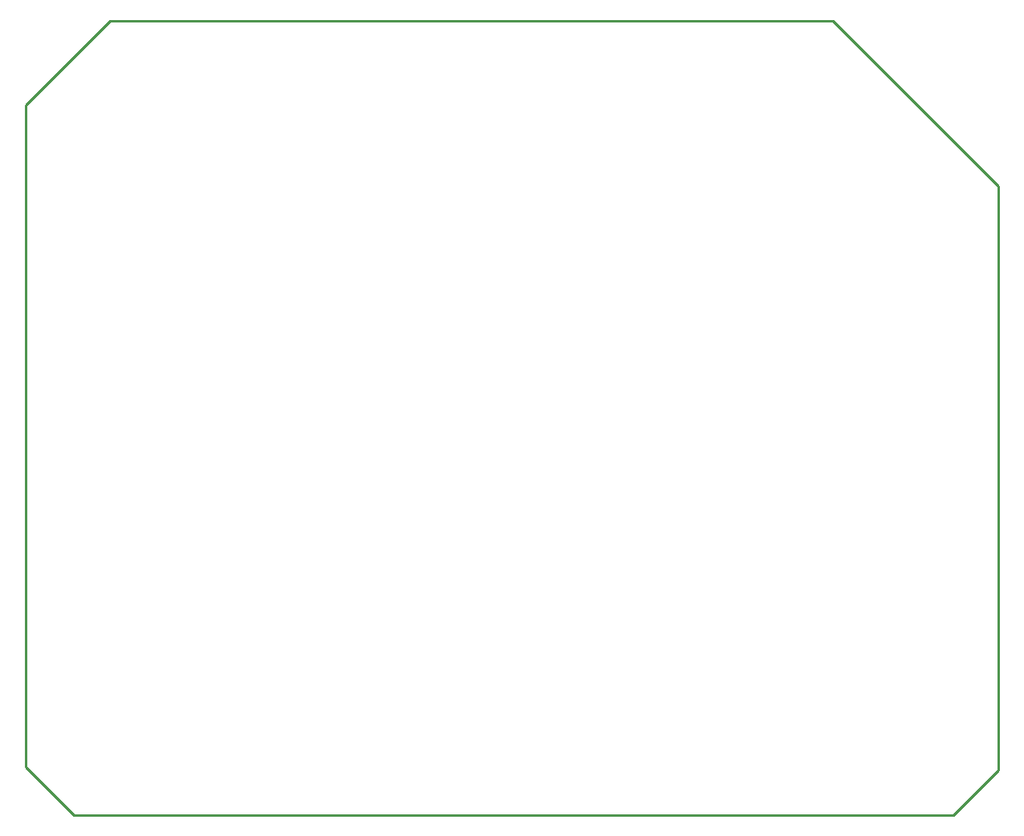
<source format=gbr>
G04 EAGLE Gerber RS-274X export*
G75*
%MOMM*%
%FSLAX34Y34*%
%LPD*%
%IN*%
%IPPOS*%
%AMOC8*
5,1,8,0,0,1.08239X$1,22.5*%
G01*
%ADD10C,0.254000*%


D10*
X0Y25400D02*
X50800Y-25400D01*
X977900Y-25400D01*
X1025400Y22100D01*
X1025400Y638300D01*
X850900Y812800D01*
X88900Y812800D01*
X0Y723900D01*
X0Y25400D01*
M02*

</source>
